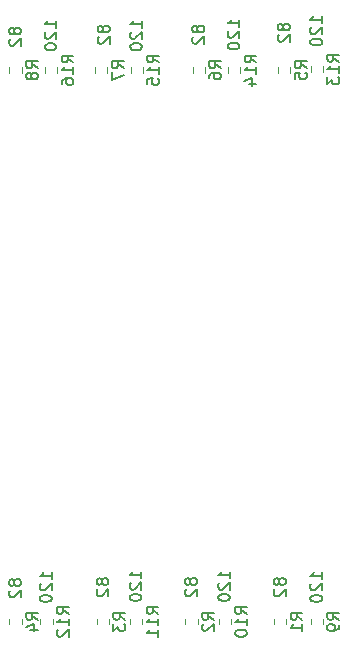
<source format=gbr>
%TF.GenerationSoftware,KiCad,Pcbnew,9.0.0*%
%TF.CreationDate,2025-04-13T20:44:06+03:30*%
%TF.ProjectId,DotMatrix,446f744d-6174-4726-9978-2e6b69636164,rev?*%
%TF.SameCoordinates,Original*%
%TF.FileFunction,Legend,Bot*%
%TF.FilePolarity,Positive*%
%FSLAX46Y46*%
G04 Gerber Fmt 4.6, Leading zero omitted, Abs format (unit mm)*
G04 Created by KiCad (PCBNEW 9.0.0) date 2025-04-13 20:44:06*
%MOMM*%
%LPD*%
G01*
G04 APERTURE LIST*
%ADD10C,0.150000*%
%ADD11C,0.120000*%
G04 APERTURE END LIST*
D10*
X131384819Y-118533333D02*
X130908628Y-118200000D01*
X131384819Y-117961905D02*
X130384819Y-117961905D01*
X130384819Y-117961905D02*
X130384819Y-118342857D01*
X130384819Y-118342857D02*
X130432438Y-118438095D01*
X130432438Y-118438095D02*
X130480057Y-118485714D01*
X130480057Y-118485714D02*
X130575295Y-118533333D01*
X130575295Y-118533333D02*
X130718152Y-118533333D01*
X130718152Y-118533333D02*
X130813390Y-118485714D01*
X130813390Y-118485714D02*
X130861009Y-118438095D01*
X130861009Y-118438095D02*
X130908628Y-118342857D01*
X130908628Y-118342857D02*
X130908628Y-117961905D01*
X130718152Y-119390476D02*
X131384819Y-119390476D01*
X130337200Y-119152381D02*
X131051485Y-118914286D01*
X131051485Y-118914286D02*
X131051485Y-119533333D01*
X129383390Y-115303571D02*
X129335771Y-115208333D01*
X129335771Y-115208333D02*
X129288152Y-115160714D01*
X129288152Y-115160714D02*
X129192914Y-115113095D01*
X129192914Y-115113095D02*
X129145295Y-115113095D01*
X129145295Y-115113095D02*
X129050057Y-115160714D01*
X129050057Y-115160714D02*
X129002438Y-115208333D01*
X129002438Y-115208333D02*
X128954819Y-115303571D01*
X128954819Y-115303571D02*
X128954819Y-115494047D01*
X128954819Y-115494047D02*
X129002438Y-115589285D01*
X129002438Y-115589285D02*
X129050057Y-115636904D01*
X129050057Y-115636904D02*
X129145295Y-115684523D01*
X129145295Y-115684523D02*
X129192914Y-115684523D01*
X129192914Y-115684523D02*
X129288152Y-115636904D01*
X129288152Y-115636904D02*
X129335771Y-115589285D01*
X129335771Y-115589285D02*
X129383390Y-115494047D01*
X129383390Y-115494047D02*
X129383390Y-115303571D01*
X129383390Y-115303571D02*
X129431009Y-115208333D01*
X129431009Y-115208333D02*
X129478628Y-115160714D01*
X129478628Y-115160714D02*
X129573866Y-115113095D01*
X129573866Y-115113095D02*
X129764342Y-115113095D01*
X129764342Y-115113095D02*
X129859580Y-115160714D01*
X129859580Y-115160714D02*
X129907200Y-115208333D01*
X129907200Y-115208333D02*
X129954819Y-115303571D01*
X129954819Y-115303571D02*
X129954819Y-115494047D01*
X129954819Y-115494047D02*
X129907200Y-115589285D01*
X129907200Y-115589285D02*
X129859580Y-115636904D01*
X129859580Y-115636904D02*
X129764342Y-115684523D01*
X129764342Y-115684523D02*
X129573866Y-115684523D01*
X129573866Y-115684523D02*
X129478628Y-115636904D01*
X129478628Y-115636904D02*
X129431009Y-115589285D01*
X129431009Y-115589285D02*
X129383390Y-115494047D01*
X129050057Y-116065476D02*
X129002438Y-116113095D01*
X129002438Y-116113095D02*
X128954819Y-116208333D01*
X128954819Y-116208333D02*
X128954819Y-116446428D01*
X128954819Y-116446428D02*
X129002438Y-116541666D01*
X129002438Y-116541666D02*
X129050057Y-116589285D01*
X129050057Y-116589285D02*
X129145295Y-116636904D01*
X129145295Y-116636904D02*
X129240533Y-116636904D01*
X129240533Y-116636904D02*
X129383390Y-116589285D01*
X129383390Y-116589285D02*
X129954819Y-116017857D01*
X129954819Y-116017857D02*
X129954819Y-116636904D01*
X149884819Y-71357142D02*
X149408628Y-71023809D01*
X149884819Y-70785714D02*
X148884819Y-70785714D01*
X148884819Y-70785714D02*
X148884819Y-71166666D01*
X148884819Y-71166666D02*
X148932438Y-71261904D01*
X148932438Y-71261904D02*
X148980057Y-71309523D01*
X148980057Y-71309523D02*
X149075295Y-71357142D01*
X149075295Y-71357142D02*
X149218152Y-71357142D01*
X149218152Y-71357142D02*
X149313390Y-71309523D01*
X149313390Y-71309523D02*
X149361009Y-71261904D01*
X149361009Y-71261904D02*
X149408628Y-71166666D01*
X149408628Y-71166666D02*
X149408628Y-70785714D01*
X149884819Y-72309523D02*
X149884819Y-71738095D01*
X149884819Y-72023809D02*
X148884819Y-72023809D01*
X148884819Y-72023809D02*
X149027676Y-71928571D01*
X149027676Y-71928571D02*
X149122914Y-71833333D01*
X149122914Y-71833333D02*
X149170533Y-71738095D01*
X149218152Y-73166666D02*
X149884819Y-73166666D01*
X148837200Y-72928571D02*
X149551485Y-72690476D01*
X149551485Y-72690476D02*
X149551485Y-73309523D01*
X148454819Y-68333333D02*
X148454819Y-67761905D01*
X148454819Y-68047619D02*
X147454819Y-68047619D01*
X147454819Y-68047619D02*
X147597676Y-67952381D01*
X147597676Y-67952381D02*
X147692914Y-67857143D01*
X147692914Y-67857143D02*
X147740533Y-67761905D01*
X147550057Y-68714286D02*
X147502438Y-68761905D01*
X147502438Y-68761905D02*
X147454819Y-68857143D01*
X147454819Y-68857143D02*
X147454819Y-69095238D01*
X147454819Y-69095238D02*
X147502438Y-69190476D01*
X147502438Y-69190476D02*
X147550057Y-69238095D01*
X147550057Y-69238095D02*
X147645295Y-69285714D01*
X147645295Y-69285714D02*
X147740533Y-69285714D01*
X147740533Y-69285714D02*
X147883390Y-69238095D01*
X147883390Y-69238095D02*
X148454819Y-68666667D01*
X148454819Y-68666667D02*
X148454819Y-69285714D01*
X147454819Y-69904762D02*
X147454819Y-70000000D01*
X147454819Y-70000000D02*
X147502438Y-70095238D01*
X147502438Y-70095238D02*
X147550057Y-70142857D01*
X147550057Y-70142857D02*
X147645295Y-70190476D01*
X147645295Y-70190476D02*
X147835771Y-70238095D01*
X147835771Y-70238095D02*
X148073866Y-70238095D01*
X148073866Y-70238095D02*
X148264342Y-70190476D01*
X148264342Y-70190476D02*
X148359580Y-70142857D01*
X148359580Y-70142857D02*
X148407200Y-70095238D01*
X148407200Y-70095238D02*
X148454819Y-70000000D01*
X148454819Y-70000000D02*
X148454819Y-69904762D01*
X148454819Y-69904762D02*
X148407200Y-69809524D01*
X148407200Y-69809524D02*
X148359580Y-69761905D01*
X148359580Y-69761905D02*
X148264342Y-69714286D01*
X148264342Y-69714286D02*
X148073866Y-69666667D01*
X148073866Y-69666667D02*
X147835771Y-69666667D01*
X147835771Y-69666667D02*
X147645295Y-69714286D01*
X147645295Y-69714286D02*
X147550057Y-69761905D01*
X147550057Y-69761905D02*
X147502438Y-69809524D01*
X147502438Y-69809524D02*
X147454819Y-69904762D01*
X131384819Y-71833333D02*
X130908628Y-71500000D01*
X131384819Y-71261905D02*
X130384819Y-71261905D01*
X130384819Y-71261905D02*
X130384819Y-71642857D01*
X130384819Y-71642857D02*
X130432438Y-71738095D01*
X130432438Y-71738095D02*
X130480057Y-71785714D01*
X130480057Y-71785714D02*
X130575295Y-71833333D01*
X130575295Y-71833333D02*
X130718152Y-71833333D01*
X130718152Y-71833333D02*
X130813390Y-71785714D01*
X130813390Y-71785714D02*
X130861009Y-71738095D01*
X130861009Y-71738095D02*
X130908628Y-71642857D01*
X130908628Y-71642857D02*
X130908628Y-71261905D01*
X130813390Y-72404762D02*
X130765771Y-72309524D01*
X130765771Y-72309524D02*
X130718152Y-72261905D01*
X130718152Y-72261905D02*
X130622914Y-72214286D01*
X130622914Y-72214286D02*
X130575295Y-72214286D01*
X130575295Y-72214286D02*
X130480057Y-72261905D01*
X130480057Y-72261905D02*
X130432438Y-72309524D01*
X130432438Y-72309524D02*
X130384819Y-72404762D01*
X130384819Y-72404762D02*
X130384819Y-72595238D01*
X130384819Y-72595238D02*
X130432438Y-72690476D01*
X130432438Y-72690476D02*
X130480057Y-72738095D01*
X130480057Y-72738095D02*
X130575295Y-72785714D01*
X130575295Y-72785714D02*
X130622914Y-72785714D01*
X130622914Y-72785714D02*
X130718152Y-72738095D01*
X130718152Y-72738095D02*
X130765771Y-72690476D01*
X130765771Y-72690476D02*
X130813390Y-72595238D01*
X130813390Y-72595238D02*
X130813390Y-72404762D01*
X130813390Y-72404762D02*
X130861009Y-72309524D01*
X130861009Y-72309524D02*
X130908628Y-72261905D01*
X130908628Y-72261905D02*
X131003866Y-72214286D01*
X131003866Y-72214286D02*
X131194342Y-72214286D01*
X131194342Y-72214286D02*
X131289580Y-72261905D01*
X131289580Y-72261905D02*
X131337200Y-72309524D01*
X131337200Y-72309524D02*
X131384819Y-72404762D01*
X131384819Y-72404762D02*
X131384819Y-72595238D01*
X131384819Y-72595238D02*
X131337200Y-72690476D01*
X131337200Y-72690476D02*
X131289580Y-72738095D01*
X131289580Y-72738095D02*
X131194342Y-72785714D01*
X131194342Y-72785714D02*
X131003866Y-72785714D01*
X131003866Y-72785714D02*
X130908628Y-72738095D01*
X130908628Y-72738095D02*
X130861009Y-72690476D01*
X130861009Y-72690476D02*
X130813390Y-72595238D01*
X129383390Y-68603571D02*
X129335771Y-68508333D01*
X129335771Y-68508333D02*
X129288152Y-68460714D01*
X129288152Y-68460714D02*
X129192914Y-68413095D01*
X129192914Y-68413095D02*
X129145295Y-68413095D01*
X129145295Y-68413095D02*
X129050057Y-68460714D01*
X129050057Y-68460714D02*
X129002438Y-68508333D01*
X129002438Y-68508333D02*
X128954819Y-68603571D01*
X128954819Y-68603571D02*
X128954819Y-68794047D01*
X128954819Y-68794047D02*
X129002438Y-68889285D01*
X129002438Y-68889285D02*
X129050057Y-68936904D01*
X129050057Y-68936904D02*
X129145295Y-68984523D01*
X129145295Y-68984523D02*
X129192914Y-68984523D01*
X129192914Y-68984523D02*
X129288152Y-68936904D01*
X129288152Y-68936904D02*
X129335771Y-68889285D01*
X129335771Y-68889285D02*
X129383390Y-68794047D01*
X129383390Y-68794047D02*
X129383390Y-68603571D01*
X129383390Y-68603571D02*
X129431009Y-68508333D01*
X129431009Y-68508333D02*
X129478628Y-68460714D01*
X129478628Y-68460714D02*
X129573866Y-68413095D01*
X129573866Y-68413095D02*
X129764342Y-68413095D01*
X129764342Y-68413095D02*
X129859580Y-68460714D01*
X129859580Y-68460714D02*
X129907200Y-68508333D01*
X129907200Y-68508333D02*
X129954819Y-68603571D01*
X129954819Y-68603571D02*
X129954819Y-68794047D01*
X129954819Y-68794047D02*
X129907200Y-68889285D01*
X129907200Y-68889285D02*
X129859580Y-68936904D01*
X129859580Y-68936904D02*
X129764342Y-68984523D01*
X129764342Y-68984523D02*
X129573866Y-68984523D01*
X129573866Y-68984523D02*
X129478628Y-68936904D01*
X129478628Y-68936904D02*
X129431009Y-68889285D01*
X129431009Y-68889285D02*
X129383390Y-68794047D01*
X129050057Y-69365476D02*
X129002438Y-69413095D01*
X129002438Y-69413095D02*
X128954819Y-69508333D01*
X128954819Y-69508333D02*
X128954819Y-69746428D01*
X128954819Y-69746428D02*
X129002438Y-69841666D01*
X129002438Y-69841666D02*
X129050057Y-69889285D01*
X129050057Y-69889285D02*
X129145295Y-69936904D01*
X129145295Y-69936904D02*
X129240533Y-69936904D01*
X129240533Y-69936904D02*
X129383390Y-69889285D01*
X129383390Y-69889285D02*
X129954819Y-69317857D01*
X129954819Y-69317857D02*
X129954819Y-69936904D01*
X146284819Y-118533333D02*
X145808628Y-118200000D01*
X146284819Y-117961905D02*
X145284819Y-117961905D01*
X145284819Y-117961905D02*
X145284819Y-118342857D01*
X145284819Y-118342857D02*
X145332438Y-118438095D01*
X145332438Y-118438095D02*
X145380057Y-118485714D01*
X145380057Y-118485714D02*
X145475295Y-118533333D01*
X145475295Y-118533333D02*
X145618152Y-118533333D01*
X145618152Y-118533333D02*
X145713390Y-118485714D01*
X145713390Y-118485714D02*
X145761009Y-118438095D01*
X145761009Y-118438095D02*
X145808628Y-118342857D01*
X145808628Y-118342857D02*
X145808628Y-117961905D01*
X145380057Y-118914286D02*
X145332438Y-118961905D01*
X145332438Y-118961905D02*
X145284819Y-119057143D01*
X145284819Y-119057143D02*
X145284819Y-119295238D01*
X145284819Y-119295238D02*
X145332438Y-119390476D01*
X145332438Y-119390476D02*
X145380057Y-119438095D01*
X145380057Y-119438095D02*
X145475295Y-119485714D01*
X145475295Y-119485714D02*
X145570533Y-119485714D01*
X145570533Y-119485714D02*
X145713390Y-119438095D01*
X145713390Y-119438095D02*
X146284819Y-118866667D01*
X146284819Y-118866667D02*
X146284819Y-119485714D01*
X144283390Y-115203571D02*
X144235771Y-115108333D01*
X144235771Y-115108333D02*
X144188152Y-115060714D01*
X144188152Y-115060714D02*
X144092914Y-115013095D01*
X144092914Y-115013095D02*
X144045295Y-115013095D01*
X144045295Y-115013095D02*
X143950057Y-115060714D01*
X143950057Y-115060714D02*
X143902438Y-115108333D01*
X143902438Y-115108333D02*
X143854819Y-115203571D01*
X143854819Y-115203571D02*
X143854819Y-115394047D01*
X143854819Y-115394047D02*
X143902438Y-115489285D01*
X143902438Y-115489285D02*
X143950057Y-115536904D01*
X143950057Y-115536904D02*
X144045295Y-115584523D01*
X144045295Y-115584523D02*
X144092914Y-115584523D01*
X144092914Y-115584523D02*
X144188152Y-115536904D01*
X144188152Y-115536904D02*
X144235771Y-115489285D01*
X144235771Y-115489285D02*
X144283390Y-115394047D01*
X144283390Y-115394047D02*
X144283390Y-115203571D01*
X144283390Y-115203571D02*
X144331009Y-115108333D01*
X144331009Y-115108333D02*
X144378628Y-115060714D01*
X144378628Y-115060714D02*
X144473866Y-115013095D01*
X144473866Y-115013095D02*
X144664342Y-115013095D01*
X144664342Y-115013095D02*
X144759580Y-115060714D01*
X144759580Y-115060714D02*
X144807200Y-115108333D01*
X144807200Y-115108333D02*
X144854819Y-115203571D01*
X144854819Y-115203571D02*
X144854819Y-115394047D01*
X144854819Y-115394047D02*
X144807200Y-115489285D01*
X144807200Y-115489285D02*
X144759580Y-115536904D01*
X144759580Y-115536904D02*
X144664342Y-115584523D01*
X144664342Y-115584523D02*
X144473866Y-115584523D01*
X144473866Y-115584523D02*
X144378628Y-115536904D01*
X144378628Y-115536904D02*
X144331009Y-115489285D01*
X144331009Y-115489285D02*
X144283390Y-115394047D01*
X143950057Y-115965476D02*
X143902438Y-116013095D01*
X143902438Y-116013095D02*
X143854819Y-116108333D01*
X143854819Y-116108333D02*
X143854819Y-116346428D01*
X143854819Y-116346428D02*
X143902438Y-116441666D01*
X143902438Y-116441666D02*
X143950057Y-116489285D01*
X143950057Y-116489285D02*
X144045295Y-116536904D01*
X144045295Y-116536904D02*
X144140533Y-116536904D01*
X144140533Y-116536904D02*
X144283390Y-116489285D01*
X144283390Y-116489285D02*
X144854819Y-115917857D01*
X144854819Y-115917857D02*
X144854819Y-116536904D01*
X153784819Y-118533333D02*
X153308628Y-118200000D01*
X153784819Y-117961905D02*
X152784819Y-117961905D01*
X152784819Y-117961905D02*
X152784819Y-118342857D01*
X152784819Y-118342857D02*
X152832438Y-118438095D01*
X152832438Y-118438095D02*
X152880057Y-118485714D01*
X152880057Y-118485714D02*
X152975295Y-118533333D01*
X152975295Y-118533333D02*
X153118152Y-118533333D01*
X153118152Y-118533333D02*
X153213390Y-118485714D01*
X153213390Y-118485714D02*
X153261009Y-118438095D01*
X153261009Y-118438095D02*
X153308628Y-118342857D01*
X153308628Y-118342857D02*
X153308628Y-117961905D01*
X153784819Y-119485714D02*
X153784819Y-118914286D01*
X153784819Y-119200000D02*
X152784819Y-119200000D01*
X152784819Y-119200000D02*
X152927676Y-119104762D01*
X152927676Y-119104762D02*
X153022914Y-119009524D01*
X153022914Y-119009524D02*
X153070533Y-118914286D01*
X151783390Y-115203571D02*
X151735771Y-115108333D01*
X151735771Y-115108333D02*
X151688152Y-115060714D01*
X151688152Y-115060714D02*
X151592914Y-115013095D01*
X151592914Y-115013095D02*
X151545295Y-115013095D01*
X151545295Y-115013095D02*
X151450057Y-115060714D01*
X151450057Y-115060714D02*
X151402438Y-115108333D01*
X151402438Y-115108333D02*
X151354819Y-115203571D01*
X151354819Y-115203571D02*
X151354819Y-115394047D01*
X151354819Y-115394047D02*
X151402438Y-115489285D01*
X151402438Y-115489285D02*
X151450057Y-115536904D01*
X151450057Y-115536904D02*
X151545295Y-115584523D01*
X151545295Y-115584523D02*
X151592914Y-115584523D01*
X151592914Y-115584523D02*
X151688152Y-115536904D01*
X151688152Y-115536904D02*
X151735771Y-115489285D01*
X151735771Y-115489285D02*
X151783390Y-115394047D01*
X151783390Y-115394047D02*
X151783390Y-115203571D01*
X151783390Y-115203571D02*
X151831009Y-115108333D01*
X151831009Y-115108333D02*
X151878628Y-115060714D01*
X151878628Y-115060714D02*
X151973866Y-115013095D01*
X151973866Y-115013095D02*
X152164342Y-115013095D01*
X152164342Y-115013095D02*
X152259580Y-115060714D01*
X152259580Y-115060714D02*
X152307200Y-115108333D01*
X152307200Y-115108333D02*
X152354819Y-115203571D01*
X152354819Y-115203571D02*
X152354819Y-115394047D01*
X152354819Y-115394047D02*
X152307200Y-115489285D01*
X152307200Y-115489285D02*
X152259580Y-115536904D01*
X152259580Y-115536904D02*
X152164342Y-115584523D01*
X152164342Y-115584523D02*
X151973866Y-115584523D01*
X151973866Y-115584523D02*
X151878628Y-115536904D01*
X151878628Y-115536904D02*
X151831009Y-115489285D01*
X151831009Y-115489285D02*
X151783390Y-115394047D01*
X151450057Y-115965476D02*
X151402438Y-116013095D01*
X151402438Y-116013095D02*
X151354819Y-116108333D01*
X151354819Y-116108333D02*
X151354819Y-116346428D01*
X151354819Y-116346428D02*
X151402438Y-116441666D01*
X151402438Y-116441666D02*
X151450057Y-116489285D01*
X151450057Y-116489285D02*
X151545295Y-116536904D01*
X151545295Y-116536904D02*
X151640533Y-116536904D01*
X151640533Y-116536904D02*
X151783390Y-116489285D01*
X151783390Y-116489285D02*
X152354819Y-115917857D01*
X152354819Y-115917857D02*
X152354819Y-116536904D01*
X138634819Y-71833333D02*
X138158628Y-71500000D01*
X138634819Y-71261905D02*
X137634819Y-71261905D01*
X137634819Y-71261905D02*
X137634819Y-71642857D01*
X137634819Y-71642857D02*
X137682438Y-71738095D01*
X137682438Y-71738095D02*
X137730057Y-71785714D01*
X137730057Y-71785714D02*
X137825295Y-71833333D01*
X137825295Y-71833333D02*
X137968152Y-71833333D01*
X137968152Y-71833333D02*
X138063390Y-71785714D01*
X138063390Y-71785714D02*
X138111009Y-71738095D01*
X138111009Y-71738095D02*
X138158628Y-71642857D01*
X138158628Y-71642857D02*
X138158628Y-71261905D01*
X137634819Y-72166667D02*
X137634819Y-72833333D01*
X137634819Y-72833333D02*
X138634819Y-72404762D01*
X136883390Y-68428571D02*
X136835771Y-68333333D01*
X136835771Y-68333333D02*
X136788152Y-68285714D01*
X136788152Y-68285714D02*
X136692914Y-68238095D01*
X136692914Y-68238095D02*
X136645295Y-68238095D01*
X136645295Y-68238095D02*
X136550057Y-68285714D01*
X136550057Y-68285714D02*
X136502438Y-68333333D01*
X136502438Y-68333333D02*
X136454819Y-68428571D01*
X136454819Y-68428571D02*
X136454819Y-68619047D01*
X136454819Y-68619047D02*
X136502438Y-68714285D01*
X136502438Y-68714285D02*
X136550057Y-68761904D01*
X136550057Y-68761904D02*
X136645295Y-68809523D01*
X136645295Y-68809523D02*
X136692914Y-68809523D01*
X136692914Y-68809523D02*
X136788152Y-68761904D01*
X136788152Y-68761904D02*
X136835771Y-68714285D01*
X136835771Y-68714285D02*
X136883390Y-68619047D01*
X136883390Y-68619047D02*
X136883390Y-68428571D01*
X136883390Y-68428571D02*
X136931009Y-68333333D01*
X136931009Y-68333333D02*
X136978628Y-68285714D01*
X136978628Y-68285714D02*
X137073866Y-68238095D01*
X137073866Y-68238095D02*
X137264342Y-68238095D01*
X137264342Y-68238095D02*
X137359580Y-68285714D01*
X137359580Y-68285714D02*
X137407200Y-68333333D01*
X137407200Y-68333333D02*
X137454819Y-68428571D01*
X137454819Y-68428571D02*
X137454819Y-68619047D01*
X137454819Y-68619047D02*
X137407200Y-68714285D01*
X137407200Y-68714285D02*
X137359580Y-68761904D01*
X137359580Y-68761904D02*
X137264342Y-68809523D01*
X137264342Y-68809523D02*
X137073866Y-68809523D01*
X137073866Y-68809523D02*
X136978628Y-68761904D01*
X136978628Y-68761904D02*
X136931009Y-68714285D01*
X136931009Y-68714285D02*
X136883390Y-68619047D01*
X136550057Y-69190476D02*
X136502438Y-69238095D01*
X136502438Y-69238095D02*
X136454819Y-69333333D01*
X136454819Y-69333333D02*
X136454819Y-69571428D01*
X136454819Y-69571428D02*
X136502438Y-69666666D01*
X136502438Y-69666666D02*
X136550057Y-69714285D01*
X136550057Y-69714285D02*
X136645295Y-69761904D01*
X136645295Y-69761904D02*
X136740533Y-69761904D01*
X136740533Y-69761904D02*
X136883390Y-69714285D01*
X136883390Y-69714285D02*
X137454819Y-69142857D01*
X137454819Y-69142857D02*
X137454819Y-69761904D01*
X138784819Y-118533333D02*
X138308628Y-118200000D01*
X138784819Y-117961905D02*
X137784819Y-117961905D01*
X137784819Y-117961905D02*
X137784819Y-118342857D01*
X137784819Y-118342857D02*
X137832438Y-118438095D01*
X137832438Y-118438095D02*
X137880057Y-118485714D01*
X137880057Y-118485714D02*
X137975295Y-118533333D01*
X137975295Y-118533333D02*
X138118152Y-118533333D01*
X138118152Y-118533333D02*
X138213390Y-118485714D01*
X138213390Y-118485714D02*
X138261009Y-118438095D01*
X138261009Y-118438095D02*
X138308628Y-118342857D01*
X138308628Y-118342857D02*
X138308628Y-117961905D01*
X137784819Y-118866667D02*
X137784819Y-119485714D01*
X137784819Y-119485714D02*
X138165771Y-119152381D01*
X138165771Y-119152381D02*
X138165771Y-119295238D01*
X138165771Y-119295238D02*
X138213390Y-119390476D01*
X138213390Y-119390476D02*
X138261009Y-119438095D01*
X138261009Y-119438095D02*
X138356247Y-119485714D01*
X138356247Y-119485714D02*
X138594342Y-119485714D01*
X138594342Y-119485714D02*
X138689580Y-119438095D01*
X138689580Y-119438095D02*
X138737200Y-119390476D01*
X138737200Y-119390476D02*
X138784819Y-119295238D01*
X138784819Y-119295238D02*
X138784819Y-119009524D01*
X138784819Y-119009524D02*
X138737200Y-118914286D01*
X138737200Y-118914286D02*
X138689580Y-118866667D01*
X136783390Y-115203571D02*
X136735771Y-115108333D01*
X136735771Y-115108333D02*
X136688152Y-115060714D01*
X136688152Y-115060714D02*
X136592914Y-115013095D01*
X136592914Y-115013095D02*
X136545295Y-115013095D01*
X136545295Y-115013095D02*
X136450057Y-115060714D01*
X136450057Y-115060714D02*
X136402438Y-115108333D01*
X136402438Y-115108333D02*
X136354819Y-115203571D01*
X136354819Y-115203571D02*
X136354819Y-115394047D01*
X136354819Y-115394047D02*
X136402438Y-115489285D01*
X136402438Y-115489285D02*
X136450057Y-115536904D01*
X136450057Y-115536904D02*
X136545295Y-115584523D01*
X136545295Y-115584523D02*
X136592914Y-115584523D01*
X136592914Y-115584523D02*
X136688152Y-115536904D01*
X136688152Y-115536904D02*
X136735771Y-115489285D01*
X136735771Y-115489285D02*
X136783390Y-115394047D01*
X136783390Y-115394047D02*
X136783390Y-115203571D01*
X136783390Y-115203571D02*
X136831009Y-115108333D01*
X136831009Y-115108333D02*
X136878628Y-115060714D01*
X136878628Y-115060714D02*
X136973866Y-115013095D01*
X136973866Y-115013095D02*
X137164342Y-115013095D01*
X137164342Y-115013095D02*
X137259580Y-115060714D01*
X137259580Y-115060714D02*
X137307200Y-115108333D01*
X137307200Y-115108333D02*
X137354819Y-115203571D01*
X137354819Y-115203571D02*
X137354819Y-115394047D01*
X137354819Y-115394047D02*
X137307200Y-115489285D01*
X137307200Y-115489285D02*
X137259580Y-115536904D01*
X137259580Y-115536904D02*
X137164342Y-115584523D01*
X137164342Y-115584523D02*
X136973866Y-115584523D01*
X136973866Y-115584523D02*
X136878628Y-115536904D01*
X136878628Y-115536904D02*
X136831009Y-115489285D01*
X136831009Y-115489285D02*
X136783390Y-115394047D01*
X136450057Y-115965476D02*
X136402438Y-116013095D01*
X136402438Y-116013095D02*
X136354819Y-116108333D01*
X136354819Y-116108333D02*
X136354819Y-116346428D01*
X136354819Y-116346428D02*
X136402438Y-116441666D01*
X136402438Y-116441666D02*
X136450057Y-116489285D01*
X136450057Y-116489285D02*
X136545295Y-116536904D01*
X136545295Y-116536904D02*
X136640533Y-116536904D01*
X136640533Y-116536904D02*
X136783390Y-116489285D01*
X136783390Y-116489285D02*
X137354819Y-115917857D01*
X137354819Y-115917857D02*
X137354819Y-116536904D01*
X146884819Y-71833333D02*
X146408628Y-71500000D01*
X146884819Y-71261905D02*
X145884819Y-71261905D01*
X145884819Y-71261905D02*
X145884819Y-71642857D01*
X145884819Y-71642857D02*
X145932438Y-71738095D01*
X145932438Y-71738095D02*
X145980057Y-71785714D01*
X145980057Y-71785714D02*
X146075295Y-71833333D01*
X146075295Y-71833333D02*
X146218152Y-71833333D01*
X146218152Y-71833333D02*
X146313390Y-71785714D01*
X146313390Y-71785714D02*
X146361009Y-71738095D01*
X146361009Y-71738095D02*
X146408628Y-71642857D01*
X146408628Y-71642857D02*
X146408628Y-71261905D01*
X145884819Y-72690476D02*
X145884819Y-72500000D01*
X145884819Y-72500000D02*
X145932438Y-72404762D01*
X145932438Y-72404762D02*
X145980057Y-72357143D01*
X145980057Y-72357143D02*
X146122914Y-72261905D01*
X146122914Y-72261905D02*
X146313390Y-72214286D01*
X146313390Y-72214286D02*
X146694342Y-72214286D01*
X146694342Y-72214286D02*
X146789580Y-72261905D01*
X146789580Y-72261905D02*
X146837200Y-72309524D01*
X146837200Y-72309524D02*
X146884819Y-72404762D01*
X146884819Y-72404762D02*
X146884819Y-72595238D01*
X146884819Y-72595238D02*
X146837200Y-72690476D01*
X146837200Y-72690476D02*
X146789580Y-72738095D01*
X146789580Y-72738095D02*
X146694342Y-72785714D01*
X146694342Y-72785714D02*
X146456247Y-72785714D01*
X146456247Y-72785714D02*
X146361009Y-72738095D01*
X146361009Y-72738095D02*
X146313390Y-72690476D01*
X146313390Y-72690476D02*
X146265771Y-72595238D01*
X146265771Y-72595238D02*
X146265771Y-72404762D01*
X146265771Y-72404762D02*
X146313390Y-72309524D01*
X146313390Y-72309524D02*
X146361009Y-72261905D01*
X146361009Y-72261905D02*
X146456247Y-72214286D01*
X144883390Y-68428571D02*
X144835771Y-68333333D01*
X144835771Y-68333333D02*
X144788152Y-68285714D01*
X144788152Y-68285714D02*
X144692914Y-68238095D01*
X144692914Y-68238095D02*
X144645295Y-68238095D01*
X144645295Y-68238095D02*
X144550057Y-68285714D01*
X144550057Y-68285714D02*
X144502438Y-68333333D01*
X144502438Y-68333333D02*
X144454819Y-68428571D01*
X144454819Y-68428571D02*
X144454819Y-68619047D01*
X144454819Y-68619047D02*
X144502438Y-68714285D01*
X144502438Y-68714285D02*
X144550057Y-68761904D01*
X144550057Y-68761904D02*
X144645295Y-68809523D01*
X144645295Y-68809523D02*
X144692914Y-68809523D01*
X144692914Y-68809523D02*
X144788152Y-68761904D01*
X144788152Y-68761904D02*
X144835771Y-68714285D01*
X144835771Y-68714285D02*
X144883390Y-68619047D01*
X144883390Y-68619047D02*
X144883390Y-68428571D01*
X144883390Y-68428571D02*
X144931009Y-68333333D01*
X144931009Y-68333333D02*
X144978628Y-68285714D01*
X144978628Y-68285714D02*
X145073866Y-68238095D01*
X145073866Y-68238095D02*
X145264342Y-68238095D01*
X145264342Y-68238095D02*
X145359580Y-68285714D01*
X145359580Y-68285714D02*
X145407200Y-68333333D01*
X145407200Y-68333333D02*
X145454819Y-68428571D01*
X145454819Y-68428571D02*
X145454819Y-68619047D01*
X145454819Y-68619047D02*
X145407200Y-68714285D01*
X145407200Y-68714285D02*
X145359580Y-68761904D01*
X145359580Y-68761904D02*
X145264342Y-68809523D01*
X145264342Y-68809523D02*
X145073866Y-68809523D01*
X145073866Y-68809523D02*
X144978628Y-68761904D01*
X144978628Y-68761904D02*
X144931009Y-68714285D01*
X144931009Y-68714285D02*
X144883390Y-68619047D01*
X144550057Y-69190476D02*
X144502438Y-69238095D01*
X144502438Y-69238095D02*
X144454819Y-69333333D01*
X144454819Y-69333333D02*
X144454819Y-69571428D01*
X144454819Y-69571428D02*
X144502438Y-69666666D01*
X144502438Y-69666666D02*
X144550057Y-69714285D01*
X144550057Y-69714285D02*
X144645295Y-69761904D01*
X144645295Y-69761904D02*
X144740533Y-69761904D01*
X144740533Y-69761904D02*
X144883390Y-69714285D01*
X144883390Y-69714285D02*
X145454819Y-69142857D01*
X145454819Y-69142857D02*
X145454819Y-69761904D01*
X134384819Y-71357142D02*
X133908628Y-71023809D01*
X134384819Y-70785714D02*
X133384819Y-70785714D01*
X133384819Y-70785714D02*
X133384819Y-71166666D01*
X133384819Y-71166666D02*
X133432438Y-71261904D01*
X133432438Y-71261904D02*
X133480057Y-71309523D01*
X133480057Y-71309523D02*
X133575295Y-71357142D01*
X133575295Y-71357142D02*
X133718152Y-71357142D01*
X133718152Y-71357142D02*
X133813390Y-71309523D01*
X133813390Y-71309523D02*
X133861009Y-71261904D01*
X133861009Y-71261904D02*
X133908628Y-71166666D01*
X133908628Y-71166666D02*
X133908628Y-70785714D01*
X134384819Y-72309523D02*
X134384819Y-71738095D01*
X134384819Y-72023809D02*
X133384819Y-72023809D01*
X133384819Y-72023809D02*
X133527676Y-71928571D01*
X133527676Y-71928571D02*
X133622914Y-71833333D01*
X133622914Y-71833333D02*
X133670533Y-71738095D01*
X133384819Y-73166666D02*
X133384819Y-72976190D01*
X133384819Y-72976190D02*
X133432438Y-72880952D01*
X133432438Y-72880952D02*
X133480057Y-72833333D01*
X133480057Y-72833333D02*
X133622914Y-72738095D01*
X133622914Y-72738095D02*
X133813390Y-72690476D01*
X133813390Y-72690476D02*
X134194342Y-72690476D01*
X134194342Y-72690476D02*
X134289580Y-72738095D01*
X134289580Y-72738095D02*
X134337200Y-72785714D01*
X134337200Y-72785714D02*
X134384819Y-72880952D01*
X134384819Y-72880952D02*
X134384819Y-73071428D01*
X134384819Y-73071428D02*
X134337200Y-73166666D01*
X134337200Y-73166666D02*
X134289580Y-73214285D01*
X134289580Y-73214285D02*
X134194342Y-73261904D01*
X134194342Y-73261904D02*
X133956247Y-73261904D01*
X133956247Y-73261904D02*
X133861009Y-73214285D01*
X133861009Y-73214285D02*
X133813390Y-73166666D01*
X133813390Y-73166666D02*
X133765771Y-73071428D01*
X133765771Y-73071428D02*
X133765771Y-72880952D01*
X133765771Y-72880952D02*
X133813390Y-72785714D01*
X133813390Y-72785714D02*
X133861009Y-72738095D01*
X133861009Y-72738095D02*
X133956247Y-72690476D01*
X132954819Y-68408333D02*
X132954819Y-67836905D01*
X132954819Y-68122619D02*
X131954819Y-68122619D01*
X131954819Y-68122619D02*
X132097676Y-68027381D01*
X132097676Y-68027381D02*
X132192914Y-67932143D01*
X132192914Y-67932143D02*
X132240533Y-67836905D01*
X132050057Y-68789286D02*
X132002438Y-68836905D01*
X132002438Y-68836905D02*
X131954819Y-68932143D01*
X131954819Y-68932143D02*
X131954819Y-69170238D01*
X131954819Y-69170238D02*
X132002438Y-69265476D01*
X132002438Y-69265476D02*
X132050057Y-69313095D01*
X132050057Y-69313095D02*
X132145295Y-69360714D01*
X132145295Y-69360714D02*
X132240533Y-69360714D01*
X132240533Y-69360714D02*
X132383390Y-69313095D01*
X132383390Y-69313095D02*
X132954819Y-68741667D01*
X132954819Y-68741667D02*
X132954819Y-69360714D01*
X131954819Y-69979762D02*
X131954819Y-70075000D01*
X131954819Y-70075000D02*
X132002438Y-70170238D01*
X132002438Y-70170238D02*
X132050057Y-70217857D01*
X132050057Y-70217857D02*
X132145295Y-70265476D01*
X132145295Y-70265476D02*
X132335771Y-70313095D01*
X132335771Y-70313095D02*
X132573866Y-70313095D01*
X132573866Y-70313095D02*
X132764342Y-70265476D01*
X132764342Y-70265476D02*
X132859580Y-70217857D01*
X132859580Y-70217857D02*
X132907200Y-70170238D01*
X132907200Y-70170238D02*
X132954819Y-70075000D01*
X132954819Y-70075000D02*
X132954819Y-69979762D01*
X132954819Y-69979762D02*
X132907200Y-69884524D01*
X132907200Y-69884524D02*
X132859580Y-69836905D01*
X132859580Y-69836905D02*
X132764342Y-69789286D01*
X132764342Y-69789286D02*
X132573866Y-69741667D01*
X132573866Y-69741667D02*
X132335771Y-69741667D01*
X132335771Y-69741667D02*
X132145295Y-69789286D01*
X132145295Y-69789286D02*
X132050057Y-69836905D01*
X132050057Y-69836905D02*
X132002438Y-69884524D01*
X132002438Y-69884524D02*
X131954819Y-69979762D01*
X154134819Y-71833333D02*
X153658628Y-71500000D01*
X154134819Y-71261905D02*
X153134819Y-71261905D01*
X153134819Y-71261905D02*
X153134819Y-71642857D01*
X153134819Y-71642857D02*
X153182438Y-71738095D01*
X153182438Y-71738095D02*
X153230057Y-71785714D01*
X153230057Y-71785714D02*
X153325295Y-71833333D01*
X153325295Y-71833333D02*
X153468152Y-71833333D01*
X153468152Y-71833333D02*
X153563390Y-71785714D01*
X153563390Y-71785714D02*
X153611009Y-71738095D01*
X153611009Y-71738095D02*
X153658628Y-71642857D01*
X153658628Y-71642857D02*
X153658628Y-71261905D01*
X153134819Y-72738095D02*
X153134819Y-72261905D01*
X153134819Y-72261905D02*
X153611009Y-72214286D01*
X153611009Y-72214286D02*
X153563390Y-72261905D01*
X153563390Y-72261905D02*
X153515771Y-72357143D01*
X153515771Y-72357143D02*
X153515771Y-72595238D01*
X153515771Y-72595238D02*
X153563390Y-72690476D01*
X153563390Y-72690476D02*
X153611009Y-72738095D01*
X153611009Y-72738095D02*
X153706247Y-72785714D01*
X153706247Y-72785714D02*
X153944342Y-72785714D01*
X153944342Y-72785714D02*
X154039580Y-72738095D01*
X154039580Y-72738095D02*
X154087200Y-72690476D01*
X154087200Y-72690476D02*
X154134819Y-72595238D01*
X154134819Y-72595238D02*
X154134819Y-72357143D01*
X154134819Y-72357143D02*
X154087200Y-72261905D01*
X154087200Y-72261905D02*
X154039580Y-72214286D01*
X152133390Y-68253571D02*
X152085771Y-68158333D01*
X152085771Y-68158333D02*
X152038152Y-68110714D01*
X152038152Y-68110714D02*
X151942914Y-68063095D01*
X151942914Y-68063095D02*
X151895295Y-68063095D01*
X151895295Y-68063095D02*
X151800057Y-68110714D01*
X151800057Y-68110714D02*
X151752438Y-68158333D01*
X151752438Y-68158333D02*
X151704819Y-68253571D01*
X151704819Y-68253571D02*
X151704819Y-68444047D01*
X151704819Y-68444047D02*
X151752438Y-68539285D01*
X151752438Y-68539285D02*
X151800057Y-68586904D01*
X151800057Y-68586904D02*
X151895295Y-68634523D01*
X151895295Y-68634523D02*
X151942914Y-68634523D01*
X151942914Y-68634523D02*
X152038152Y-68586904D01*
X152038152Y-68586904D02*
X152085771Y-68539285D01*
X152085771Y-68539285D02*
X152133390Y-68444047D01*
X152133390Y-68444047D02*
X152133390Y-68253571D01*
X152133390Y-68253571D02*
X152181009Y-68158333D01*
X152181009Y-68158333D02*
X152228628Y-68110714D01*
X152228628Y-68110714D02*
X152323866Y-68063095D01*
X152323866Y-68063095D02*
X152514342Y-68063095D01*
X152514342Y-68063095D02*
X152609580Y-68110714D01*
X152609580Y-68110714D02*
X152657200Y-68158333D01*
X152657200Y-68158333D02*
X152704819Y-68253571D01*
X152704819Y-68253571D02*
X152704819Y-68444047D01*
X152704819Y-68444047D02*
X152657200Y-68539285D01*
X152657200Y-68539285D02*
X152609580Y-68586904D01*
X152609580Y-68586904D02*
X152514342Y-68634523D01*
X152514342Y-68634523D02*
X152323866Y-68634523D01*
X152323866Y-68634523D02*
X152228628Y-68586904D01*
X152228628Y-68586904D02*
X152181009Y-68539285D01*
X152181009Y-68539285D02*
X152133390Y-68444047D01*
X151800057Y-69015476D02*
X151752438Y-69063095D01*
X151752438Y-69063095D02*
X151704819Y-69158333D01*
X151704819Y-69158333D02*
X151704819Y-69396428D01*
X151704819Y-69396428D02*
X151752438Y-69491666D01*
X151752438Y-69491666D02*
X151800057Y-69539285D01*
X151800057Y-69539285D02*
X151895295Y-69586904D01*
X151895295Y-69586904D02*
X151990533Y-69586904D01*
X151990533Y-69586904D02*
X152133390Y-69539285D01*
X152133390Y-69539285D02*
X152704819Y-68967857D01*
X152704819Y-68967857D02*
X152704819Y-69586904D01*
X141634819Y-71357142D02*
X141158628Y-71023809D01*
X141634819Y-70785714D02*
X140634819Y-70785714D01*
X140634819Y-70785714D02*
X140634819Y-71166666D01*
X140634819Y-71166666D02*
X140682438Y-71261904D01*
X140682438Y-71261904D02*
X140730057Y-71309523D01*
X140730057Y-71309523D02*
X140825295Y-71357142D01*
X140825295Y-71357142D02*
X140968152Y-71357142D01*
X140968152Y-71357142D02*
X141063390Y-71309523D01*
X141063390Y-71309523D02*
X141111009Y-71261904D01*
X141111009Y-71261904D02*
X141158628Y-71166666D01*
X141158628Y-71166666D02*
X141158628Y-70785714D01*
X141634819Y-72309523D02*
X141634819Y-71738095D01*
X141634819Y-72023809D02*
X140634819Y-72023809D01*
X140634819Y-72023809D02*
X140777676Y-71928571D01*
X140777676Y-71928571D02*
X140872914Y-71833333D01*
X140872914Y-71833333D02*
X140920533Y-71738095D01*
X140634819Y-73214285D02*
X140634819Y-72738095D01*
X140634819Y-72738095D02*
X141111009Y-72690476D01*
X141111009Y-72690476D02*
X141063390Y-72738095D01*
X141063390Y-72738095D02*
X141015771Y-72833333D01*
X141015771Y-72833333D02*
X141015771Y-73071428D01*
X141015771Y-73071428D02*
X141063390Y-73166666D01*
X141063390Y-73166666D02*
X141111009Y-73214285D01*
X141111009Y-73214285D02*
X141206247Y-73261904D01*
X141206247Y-73261904D02*
X141444342Y-73261904D01*
X141444342Y-73261904D02*
X141539580Y-73214285D01*
X141539580Y-73214285D02*
X141587200Y-73166666D01*
X141587200Y-73166666D02*
X141634819Y-73071428D01*
X141634819Y-73071428D02*
X141634819Y-72833333D01*
X141634819Y-72833333D02*
X141587200Y-72738095D01*
X141587200Y-72738095D02*
X141539580Y-72690476D01*
X140204819Y-68408333D02*
X140204819Y-67836905D01*
X140204819Y-68122619D02*
X139204819Y-68122619D01*
X139204819Y-68122619D02*
X139347676Y-68027381D01*
X139347676Y-68027381D02*
X139442914Y-67932143D01*
X139442914Y-67932143D02*
X139490533Y-67836905D01*
X139300057Y-68789286D02*
X139252438Y-68836905D01*
X139252438Y-68836905D02*
X139204819Y-68932143D01*
X139204819Y-68932143D02*
X139204819Y-69170238D01*
X139204819Y-69170238D02*
X139252438Y-69265476D01*
X139252438Y-69265476D02*
X139300057Y-69313095D01*
X139300057Y-69313095D02*
X139395295Y-69360714D01*
X139395295Y-69360714D02*
X139490533Y-69360714D01*
X139490533Y-69360714D02*
X139633390Y-69313095D01*
X139633390Y-69313095D02*
X140204819Y-68741667D01*
X140204819Y-68741667D02*
X140204819Y-69360714D01*
X139204819Y-69979762D02*
X139204819Y-70075000D01*
X139204819Y-70075000D02*
X139252438Y-70170238D01*
X139252438Y-70170238D02*
X139300057Y-70217857D01*
X139300057Y-70217857D02*
X139395295Y-70265476D01*
X139395295Y-70265476D02*
X139585771Y-70313095D01*
X139585771Y-70313095D02*
X139823866Y-70313095D01*
X139823866Y-70313095D02*
X140014342Y-70265476D01*
X140014342Y-70265476D02*
X140109580Y-70217857D01*
X140109580Y-70217857D02*
X140157200Y-70170238D01*
X140157200Y-70170238D02*
X140204819Y-70075000D01*
X140204819Y-70075000D02*
X140204819Y-69979762D01*
X140204819Y-69979762D02*
X140157200Y-69884524D01*
X140157200Y-69884524D02*
X140109580Y-69836905D01*
X140109580Y-69836905D02*
X140014342Y-69789286D01*
X140014342Y-69789286D02*
X139823866Y-69741667D01*
X139823866Y-69741667D02*
X139585771Y-69741667D01*
X139585771Y-69741667D02*
X139395295Y-69789286D01*
X139395295Y-69789286D02*
X139300057Y-69836905D01*
X139300057Y-69836905D02*
X139252438Y-69884524D01*
X139252438Y-69884524D02*
X139204819Y-69979762D01*
X141584819Y-118057142D02*
X141108628Y-117723809D01*
X141584819Y-117485714D02*
X140584819Y-117485714D01*
X140584819Y-117485714D02*
X140584819Y-117866666D01*
X140584819Y-117866666D02*
X140632438Y-117961904D01*
X140632438Y-117961904D02*
X140680057Y-118009523D01*
X140680057Y-118009523D02*
X140775295Y-118057142D01*
X140775295Y-118057142D02*
X140918152Y-118057142D01*
X140918152Y-118057142D02*
X141013390Y-118009523D01*
X141013390Y-118009523D02*
X141061009Y-117961904D01*
X141061009Y-117961904D02*
X141108628Y-117866666D01*
X141108628Y-117866666D02*
X141108628Y-117485714D01*
X141584819Y-119009523D02*
X141584819Y-118438095D01*
X141584819Y-118723809D02*
X140584819Y-118723809D01*
X140584819Y-118723809D02*
X140727676Y-118628571D01*
X140727676Y-118628571D02*
X140822914Y-118533333D01*
X140822914Y-118533333D02*
X140870533Y-118438095D01*
X141584819Y-119961904D02*
X141584819Y-119390476D01*
X141584819Y-119676190D02*
X140584819Y-119676190D01*
X140584819Y-119676190D02*
X140727676Y-119580952D01*
X140727676Y-119580952D02*
X140822914Y-119485714D01*
X140822914Y-119485714D02*
X140870533Y-119390476D01*
X140154819Y-115033333D02*
X140154819Y-114461905D01*
X140154819Y-114747619D02*
X139154819Y-114747619D01*
X139154819Y-114747619D02*
X139297676Y-114652381D01*
X139297676Y-114652381D02*
X139392914Y-114557143D01*
X139392914Y-114557143D02*
X139440533Y-114461905D01*
X139250057Y-115414286D02*
X139202438Y-115461905D01*
X139202438Y-115461905D02*
X139154819Y-115557143D01*
X139154819Y-115557143D02*
X139154819Y-115795238D01*
X139154819Y-115795238D02*
X139202438Y-115890476D01*
X139202438Y-115890476D02*
X139250057Y-115938095D01*
X139250057Y-115938095D02*
X139345295Y-115985714D01*
X139345295Y-115985714D02*
X139440533Y-115985714D01*
X139440533Y-115985714D02*
X139583390Y-115938095D01*
X139583390Y-115938095D02*
X140154819Y-115366667D01*
X140154819Y-115366667D02*
X140154819Y-115985714D01*
X139154819Y-116604762D02*
X139154819Y-116700000D01*
X139154819Y-116700000D02*
X139202438Y-116795238D01*
X139202438Y-116795238D02*
X139250057Y-116842857D01*
X139250057Y-116842857D02*
X139345295Y-116890476D01*
X139345295Y-116890476D02*
X139535771Y-116938095D01*
X139535771Y-116938095D02*
X139773866Y-116938095D01*
X139773866Y-116938095D02*
X139964342Y-116890476D01*
X139964342Y-116890476D02*
X140059580Y-116842857D01*
X140059580Y-116842857D02*
X140107200Y-116795238D01*
X140107200Y-116795238D02*
X140154819Y-116700000D01*
X140154819Y-116700000D02*
X140154819Y-116604762D01*
X140154819Y-116604762D02*
X140107200Y-116509524D01*
X140107200Y-116509524D02*
X140059580Y-116461905D01*
X140059580Y-116461905D02*
X139964342Y-116414286D01*
X139964342Y-116414286D02*
X139773866Y-116366667D01*
X139773866Y-116366667D02*
X139535771Y-116366667D01*
X139535771Y-116366667D02*
X139345295Y-116414286D01*
X139345295Y-116414286D02*
X139250057Y-116461905D01*
X139250057Y-116461905D02*
X139202438Y-116509524D01*
X139202438Y-116509524D02*
X139154819Y-116604762D01*
X133984819Y-118057142D02*
X133508628Y-117723809D01*
X133984819Y-117485714D02*
X132984819Y-117485714D01*
X132984819Y-117485714D02*
X132984819Y-117866666D01*
X132984819Y-117866666D02*
X133032438Y-117961904D01*
X133032438Y-117961904D02*
X133080057Y-118009523D01*
X133080057Y-118009523D02*
X133175295Y-118057142D01*
X133175295Y-118057142D02*
X133318152Y-118057142D01*
X133318152Y-118057142D02*
X133413390Y-118009523D01*
X133413390Y-118009523D02*
X133461009Y-117961904D01*
X133461009Y-117961904D02*
X133508628Y-117866666D01*
X133508628Y-117866666D02*
X133508628Y-117485714D01*
X133984819Y-119009523D02*
X133984819Y-118438095D01*
X133984819Y-118723809D02*
X132984819Y-118723809D01*
X132984819Y-118723809D02*
X133127676Y-118628571D01*
X133127676Y-118628571D02*
X133222914Y-118533333D01*
X133222914Y-118533333D02*
X133270533Y-118438095D01*
X133080057Y-119390476D02*
X133032438Y-119438095D01*
X133032438Y-119438095D02*
X132984819Y-119533333D01*
X132984819Y-119533333D02*
X132984819Y-119771428D01*
X132984819Y-119771428D02*
X133032438Y-119866666D01*
X133032438Y-119866666D02*
X133080057Y-119914285D01*
X133080057Y-119914285D02*
X133175295Y-119961904D01*
X133175295Y-119961904D02*
X133270533Y-119961904D01*
X133270533Y-119961904D02*
X133413390Y-119914285D01*
X133413390Y-119914285D02*
X133984819Y-119342857D01*
X133984819Y-119342857D02*
X133984819Y-119961904D01*
X132554819Y-115108333D02*
X132554819Y-114536905D01*
X132554819Y-114822619D02*
X131554819Y-114822619D01*
X131554819Y-114822619D02*
X131697676Y-114727381D01*
X131697676Y-114727381D02*
X131792914Y-114632143D01*
X131792914Y-114632143D02*
X131840533Y-114536905D01*
X131650057Y-115489286D02*
X131602438Y-115536905D01*
X131602438Y-115536905D02*
X131554819Y-115632143D01*
X131554819Y-115632143D02*
X131554819Y-115870238D01*
X131554819Y-115870238D02*
X131602438Y-115965476D01*
X131602438Y-115965476D02*
X131650057Y-116013095D01*
X131650057Y-116013095D02*
X131745295Y-116060714D01*
X131745295Y-116060714D02*
X131840533Y-116060714D01*
X131840533Y-116060714D02*
X131983390Y-116013095D01*
X131983390Y-116013095D02*
X132554819Y-115441667D01*
X132554819Y-115441667D02*
X132554819Y-116060714D01*
X131554819Y-116679762D02*
X131554819Y-116775000D01*
X131554819Y-116775000D02*
X131602438Y-116870238D01*
X131602438Y-116870238D02*
X131650057Y-116917857D01*
X131650057Y-116917857D02*
X131745295Y-116965476D01*
X131745295Y-116965476D02*
X131935771Y-117013095D01*
X131935771Y-117013095D02*
X132173866Y-117013095D01*
X132173866Y-117013095D02*
X132364342Y-116965476D01*
X132364342Y-116965476D02*
X132459580Y-116917857D01*
X132459580Y-116917857D02*
X132507200Y-116870238D01*
X132507200Y-116870238D02*
X132554819Y-116775000D01*
X132554819Y-116775000D02*
X132554819Y-116679762D01*
X132554819Y-116679762D02*
X132507200Y-116584524D01*
X132507200Y-116584524D02*
X132459580Y-116536905D01*
X132459580Y-116536905D02*
X132364342Y-116489286D01*
X132364342Y-116489286D02*
X132173866Y-116441667D01*
X132173866Y-116441667D02*
X131935771Y-116441667D01*
X131935771Y-116441667D02*
X131745295Y-116489286D01*
X131745295Y-116489286D02*
X131650057Y-116536905D01*
X131650057Y-116536905D02*
X131602438Y-116584524D01*
X131602438Y-116584524D02*
X131554819Y-116679762D01*
X156884819Y-71282142D02*
X156408628Y-70948809D01*
X156884819Y-70710714D02*
X155884819Y-70710714D01*
X155884819Y-70710714D02*
X155884819Y-71091666D01*
X155884819Y-71091666D02*
X155932438Y-71186904D01*
X155932438Y-71186904D02*
X155980057Y-71234523D01*
X155980057Y-71234523D02*
X156075295Y-71282142D01*
X156075295Y-71282142D02*
X156218152Y-71282142D01*
X156218152Y-71282142D02*
X156313390Y-71234523D01*
X156313390Y-71234523D02*
X156361009Y-71186904D01*
X156361009Y-71186904D02*
X156408628Y-71091666D01*
X156408628Y-71091666D02*
X156408628Y-70710714D01*
X156884819Y-72234523D02*
X156884819Y-71663095D01*
X156884819Y-71948809D02*
X155884819Y-71948809D01*
X155884819Y-71948809D02*
X156027676Y-71853571D01*
X156027676Y-71853571D02*
X156122914Y-71758333D01*
X156122914Y-71758333D02*
X156170533Y-71663095D01*
X155884819Y-72567857D02*
X155884819Y-73186904D01*
X155884819Y-73186904D02*
X156265771Y-72853571D01*
X156265771Y-72853571D02*
X156265771Y-72996428D01*
X156265771Y-72996428D02*
X156313390Y-73091666D01*
X156313390Y-73091666D02*
X156361009Y-73139285D01*
X156361009Y-73139285D02*
X156456247Y-73186904D01*
X156456247Y-73186904D02*
X156694342Y-73186904D01*
X156694342Y-73186904D02*
X156789580Y-73139285D01*
X156789580Y-73139285D02*
X156837200Y-73091666D01*
X156837200Y-73091666D02*
X156884819Y-72996428D01*
X156884819Y-72996428D02*
X156884819Y-72710714D01*
X156884819Y-72710714D02*
X156837200Y-72615476D01*
X156837200Y-72615476D02*
X156789580Y-72567857D01*
X155454819Y-68008333D02*
X155454819Y-67436905D01*
X155454819Y-67722619D02*
X154454819Y-67722619D01*
X154454819Y-67722619D02*
X154597676Y-67627381D01*
X154597676Y-67627381D02*
X154692914Y-67532143D01*
X154692914Y-67532143D02*
X154740533Y-67436905D01*
X154550057Y-68389286D02*
X154502438Y-68436905D01*
X154502438Y-68436905D02*
X154454819Y-68532143D01*
X154454819Y-68532143D02*
X154454819Y-68770238D01*
X154454819Y-68770238D02*
X154502438Y-68865476D01*
X154502438Y-68865476D02*
X154550057Y-68913095D01*
X154550057Y-68913095D02*
X154645295Y-68960714D01*
X154645295Y-68960714D02*
X154740533Y-68960714D01*
X154740533Y-68960714D02*
X154883390Y-68913095D01*
X154883390Y-68913095D02*
X155454819Y-68341667D01*
X155454819Y-68341667D02*
X155454819Y-68960714D01*
X154454819Y-69579762D02*
X154454819Y-69675000D01*
X154454819Y-69675000D02*
X154502438Y-69770238D01*
X154502438Y-69770238D02*
X154550057Y-69817857D01*
X154550057Y-69817857D02*
X154645295Y-69865476D01*
X154645295Y-69865476D02*
X154835771Y-69913095D01*
X154835771Y-69913095D02*
X155073866Y-69913095D01*
X155073866Y-69913095D02*
X155264342Y-69865476D01*
X155264342Y-69865476D02*
X155359580Y-69817857D01*
X155359580Y-69817857D02*
X155407200Y-69770238D01*
X155407200Y-69770238D02*
X155454819Y-69675000D01*
X155454819Y-69675000D02*
X155454819Y-69579762D01*
X155454819Y-69579762D02*
X155407200Y-69484524D01*
X155407200Y-69484524D02*
X155359580Y-69436905D01*
X155359580Y-69436905D02*
X155264342Y-69389286D01*
X155264342Y-69389286D02*
X155073866Y-69341667D01*
X155073866Y-69341667D02*
X154835771Y-69341667D01*
X154835771Y-69341667D02*
X154645295Y-69389286D01*
X154645295Y-69389286D02*
X154550057Y-69436905D01*
X154550057Y-69436905D02*
X154502438Y-69484524D01*
X154502438Y-69484524D02*
X154454819Y-69579762D01*
X156884819Y-118533333D02*
X156408628Y-118200000D01*
X156884819Y-117961905D02*
X155884819Y-117961905D01*
X155884819Y-117961905D02*
X155884819Y-118342857D01*
X155884819Y-118342857D02*
X155932438Y-118438095D01*
X155932438Y-118438095D02*
X155980057Y-118485714D01*
X155980057Y-118485714D02*
X156075295Y-118533333D01*
X156075295Y-118533333D02*
X156218152Y-118533333D01*
X156218152Y-118533333D02*
X156313390Y-118485714D01*
X156313390Y-118485714D02*
X156361009Y-118438095D01*
X156361009Y-118438095D02*
X156408628Y-118342857D01*
X156408628Y-118342857D02*
X156408628Y-117961905D01*
X156884819Y-119009524D02*
X156884819Y-119200000D01*
X156884819Y-119200000D02*
X156837200Y-119295238D01*
X156837200Y-119295238D02*
X156789580Y-119342857D01*
X156789580Y-119342857D02*
X156646723Y-119438095D01*
X156646723Y-119438095D02*
X156456247Y-119485714D01*
X156456247Y-119485714D02*
X156075295Y-119485714D01*
X156075295Y-119485714D02*
X155980057Y-119438095D01*
X155980057Y-119438095D02*
X155932438Y-119390476D01*
X155932438Y-119390476D02*
X155884819Y-119295238D01*
X155884819Y-119295238D02*
X155884819Y-119104762D01*
X155884819Y-119104762D02*
X155932438Y-119009524D01*
X155932438Y-119009524D02*
X155980057Y-118961905D01*
X155980057Y-118961905D02*
X156075295Y-118914286D01*
X156075295Y-118914286D02*
X156313390Y-118914286D01*
X156313390Y-118914286D02*
X156408628Y-118961905D01*
X156408628Y-118961905D02*
X156456247Y-119009524D01*
X156456247Y-119009524D02*
X156503866Y-119104762D01*
X156503866Y-119104762D02*
X156503866Y-119295238D01*
X156503866Y-119295238D02*
X156456247Y-119390476D01*
X156456247Y-119390476D02*
X156408628Y-119438095D01*
X156408628Y-119438095D02*
X156313390Y-119485714D01*
X155454819Y-115108333D02*
X155454819Y-114536905D01*
X155454819Y-114822619D02*
X154454819Y-114822619D01*
X154454819Y-114822619D02*
X154597676Y-114727381D01*
X154597676Y-114727381D02*
X154692914Y-114632143D01*
X154692914Y-114632143D02*
X154740533Y-114536905D01*
X154550057Y-115489286D02*
X154502438Y-115536905D01*
X154502438Y-115536905D02*
X154454819Y-115632143D01*
X154454819Y-115632143D02*
X154454819Y-115870238D01*
X154454819Y-115870238D02*
X154502438Y-115965476D01*
X154502438Y-115965476D02*
X154550057Y-116013095D01*
X154550057Y-116013095D02*
X154645295Y-116060714D01*
X154645295Y-116060714D02*
X154740533Y-116060714D01*
X154740533Y-116060714D02*
X154883390Y-116013095D01*
X154883390Y-116013095D02*
X155454819Y-115441667D01*
X155454819Y-115441667D02*
X155454819Y-116060714D01*
X154454819Y-116679762D02*
X154454819Y-116775000D01*
X154454819Y-116775000D02*
X154502438Y-116870238D01*
X154502438Y-116870238D02*
X154550057Y-116917857D01*
X154550057Y-116917857D02*
X154645295Y-116965476D01*
X154645295Y-116965476D02*
X154835771Y-117013095D01*
X154835771Y-117013095D02*
X155073866Y-117013095D01*
X155073866Y-117013095D02*
X155264342Y-116965476D01*
X155264342Y-116965476D02*
X155359580Y-116917857D01*
X155359580Y-116917857D02*
X155407200Y-116870238D01*
X155407200Y-116870238D02*
X155454819Y-116775000D01*
X155454819Y-116775000D02*
X155454819Y-116679762D01*
X155454819Y-116679762D02*
X155407200Y-116584524D01*
X155407200Y-116584524D02*
X155359580Y-116536905D01*
X155359580Y-116536905D02*
X155264342Y-116489286D01*
X155264342Y-116489286D02*
X155073866Y-116441667D01*
X155073866Y-116441667D02*
X154835771Y-116441667D01*
X154835771Y-116441667D02*
X154645295Y-116489286D01*
X154645295Y-116489286D02*
X154550057Y-116536905D01*
X154550057Y-116536905D02*
X154502438Y-116584524D01*
X154502438Y-116584524D02*
X154454819Y-116679762D01*
X149084819Y-118057142D02*
X148608628Y-117723809D01*
X149084819Y-117485714D02*
X148084819Y-117485714D01*
X148084819Y-117485714D02*
X148084819Y-117866666D01*
X148084819Y-117866666D02*
X148132438Y-117961904D01*
X148132438Y-117961904D02*
X148180057Y-118009523D01*
X148180057Y-118009523D02*
X148275295Y-118057142D01*
X148275295Y-118057142D02*
X148418152Y-118057142D01*
X148418152Y-118057142D02*
X148513390Y-118009523D01*
X148513390Y-118009523D02*
X148561009Y-117961904D01*
X148561009Y-117961904D02*
X148608628Y-117866666D01*
X148608628Y-117866666D02*
X148608628Y-117485714D01*
X149084819Y-119009523D02*
X149084819Y-118438095D01*
X149084819Y-118723809D02*
X148084819Y-118723809D01*
X148084819Y-118723809D02*
X148227676Y-118628571D01*
X148227676Y-118628571D02*
X148322914Y-118533333D01*
X148322914Y-118533333D02*
X148370533Y-118438095D01*
X148084819Y-119628571D02*
X148084819Y-119723809D01*
X148084819Y-119723809D02*
X148132438Y-119819047D01*
X148132438Y-119819047D02*
X148180057Y-119866666D01*
X148180057Y-119866666D02*
X148275295Y-119914285D01*
X148275295Y-119914285D02*
X148465771Y-119961904D01*
X148465771Y-119961904D02*
X148703866Y-119961904D01*
X148703866Y-119961904D02*
X148894342Y-119914285D01*
X148894342Y-119914285D02*
X148989580Y-119866666D01*
X148989580Y-119866666D02*
X149037200Y-119819047D01*
X149037200Y-119819047D02*
X149084819Y-119723809D01*
X149084819Y-119723809D02*
X149084819Y-119628571D01*
X149084819Y-119628571D02*
X149037200Y-119533333D01*
X149037200Y-119533333D02*
X148989580Y-119485714D01*
X148989580Y-119485714D02*
X148894342Y-119438095D01*
X148894342Y-119438095D02*
X148703866Y-119390476D01*
X148703866Y-119390476D02*
X148465771Y-119390476D01*
X148465771Y-119390476D02*
X148275295Y-119438095D01*
X148275295Y-119438095D02*
X148180057Y-119485714D01*
X148180057Y-119485714D02*
X148132438Y-119533333D01*
X148132438Y-119533333D02*
X148084819Y-119628571D01*
X147654819Y-115033333D02*
X147654819Y-114461905D01*
X147654819Y-114747619D02*
X146654819Y-114747619D01*
X146654819Y-114747619D02*
X146797676Y-114652381D01*
X146797676Y-114652381D02*
X146892914Y-114557143D01*
X146892914Y-114557143D02*
X146940533Y-114461905D01*
X146750057Y-115414286D02*
X146702438Y-115461905D01*
X146702438Y-115461905D02*
X146654819Y-115557143D01*
X146654819Y-115557143D02*
X146654819Y-115795238D01*
X146654819Y-115795238D02*
X146702438Y-115890476D01*
X146702438Y-115890476D02*
X146750057Y-115938095D01*
X146750057Y-115938095D02*
X146845295Y-115985714D01*
X146845295Y-115985714D02*
X146940533Y-115985714D01*
X146940533Y-115985714D02*
X147083390Y-115938095D01*
X147083390Y-115938095D02*
X147654819Y-115366667D01*
X147654819Y-115366667D02*
X147654819Y-115985714D01*
X146654819Y-116604762D02*
X146654819Y-116700000D01*
X146654819Y-116700000D02*
X146702438Y-116795238D01*
X146702438Y-116795238D02*
X146750057Y-116842857D01*
X146750057Y-116842857D02*
X146845295Y-116890476D01*
X146845295Y-116890476D02*
X147035771Y-116938095D01*
X147035771Y-116938095D02*
X147273866Y-116938095D01*
X147273866Y-116938095D02*
X147464342Y-116890476D01*
X147464342Y-116890476D02*
X147559580Y-116842857D01*
X147559580Y-116842857D02*
X147607200Y-116795238D01*
X147607200Y-116795238D02*
X147654819Y-116700000D01*
X147654819Y-116700000D02*
X147654819Y-116604762D01*
X147654819Y-116604762D02*
X147607200Y-116509524D01*
X147607200Y-116509524D02*
X147559580Y-116461905D01*
X147559580Y-116461905D02*
X147464342Y-116414286D01*
X147464342Y-116414286D02*
X147273866Y-116366667D01*
X147273866Y-116366667D02*
X147035771Y-116366667D01*
X147035771Y-116366667D02*
X146845295Y-116414286D01*
X146845295Y-116414286D02*
X146750057Y-116461905D01*
X146750057Y-116461905D02*
X146702438Y-116509524D01*
X146702438Y-116509524D02*
X146654819Y-116604762D01*
D11*
%TO.C,R4*%
X128977500Y-118462742D02*
X128977500Y-118937258D01*
X130022500Y-118462742D02*
X130022500Y-118937258D01*
%TO.C,R14*%
X147477500Y-71762742D02*
X147477500Y-72237258D01*
X148522500Y-71762742D02*
X148522500Y-72237258D01*
%TO.C,R8*%
X128977500Y-71762742D02*
X128977500Y-72237258D01*
X130022500Y-71762742D02*
X130022500Y-72237258D01*
%TO.C,R2*%
X143877500Y-118462742D02*
X143877500Y-118937258D01*
X144922500Y-118462742D02*
X144922500Y-118937258D01*
%TO.C,R1*%
X151377500Y-118462742D02*
X151377500Y-118937258D01*
X152422500Y-118462742D02*
X152422500Y-118937258D01*
%TO.C,R7*%
X136227500Y-71762742D02*
X136227500Y-72237258D01*
X137272500Y-71762742D02*
X137272500Y-72237258D01*
%TO.C,R3*%
X136377500Y-118462742D02*
X136377500Y-118937258D01*
X137422500Y-118462742D02*
X137422500Y-118937258D01*
%TO.C,R6*%
X144477500Y-71762742D02*
X144477500Y-72237258D01*
X145522500Y-71762742D02*
X145522500Y-72237258D01*
%TO.C,R16*%
X131977500Y-71762742D02*
X131977500Y-72237258D01*
X133022500Y-71762742D02*
X133022500Y-72237258D01*
%TO.C,R5*%
X151727500Y-71762742D02*
X151727500Y-72237258D01*
X152772500Y-71762742D02*
X152772500Y-72237258D01*
%TO.C,R15*%
X139227500Y-71762742D02*
X139227500Y-72237258D01*
X140272500Y-71762742D02*
X140272500Y-72237258D01*
%TO.C,R11*%
X139177500Y-118462742D02*
X139177500Y-118937258D01*
X140222500Y-118462742D02*
X140222500Y-118937258D01*
%TO.C,R12*%
X131577500Y-118462742D02*
X131577500Y-118937258D01*
X132622500Y-118462742D02*
X132622500Y-118937258D01*
%TO.C,R13*%
X154477500Y-71687742D02*
X154477500Y-72162258D01*
X155522500Y-71687742D02*
X155522500Y-72162258D01*
%TO.C,R9*%
X154477500Y-118462742D02*
X154477500Y-118937258D01*
X155522500Y-118462742D02*
X155522500Y-118937258D01*
%TO.C,R10*%
X146677500Y-118462742D02*
X146677500Y-118937258D01*
X147722500Y-118462742D02*
X147722500Y-118937258D01*
%TD*%
M02*

</source>
